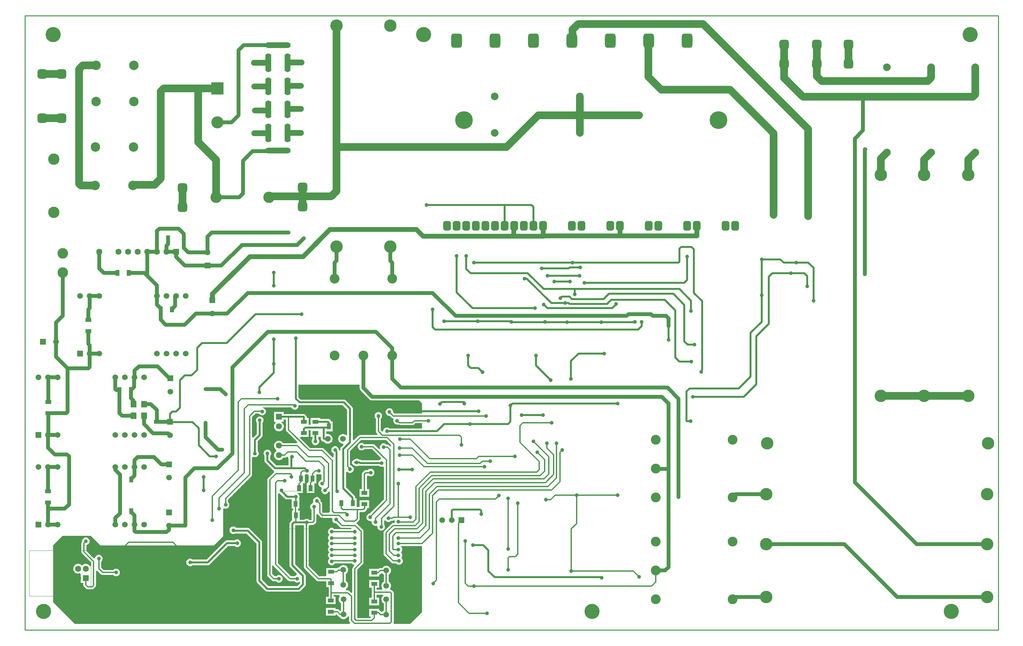
<source format=gbl>
%FSLAX42Y42*%
%MOMM*%
G71*
G01*
G75*
G04 Layer_Physical_Order=2*
G04 Layer_Color=16711680*
%ADD10R,1.00X1.60*%
%ADD11R,1.60X1.00*%
%ADD12R,1.60X1.80*%
%ADD13R,0.60X2.20*%
%ADD14R,0.60X2.20*%
%ADD15R,0.60X1.20*%
%ADD16R,1.60X1.00*%
%ADD17R,2.00X2.00*%
%ADD18R,1.60X1.60*%
%ADD19R,2.00X2.00*%
%ADD20R,1.00X0.90*%
%ADD21O,0.60X1.20*%
%ADD22R,2.00X1.40*%
%ADD23R,1.00X1.60*%
%ADD24R,0.90X1.00*%
%ADD25R,1.80X0.35*%
%ADD26O,1.80X0.35*%
%ADD27O,0.30X1.80*%
%ADD28O,1.80X0.30*%
%ADD29R,0.60X1.30*%
%ADD30O,0.60X1.30*%
%ADD31C,1.00*%
%ADD32C,0.50*%
%ADD33C,2.00*%
%ADD34C,0.30*%
%ADD35C,1.25*%
%ADD36C,0.35*%
%ADD37C,0.13*%
%ADD38C,0.10*%
%ADD39C,0.25*%
%ADD40C,4.00*%
G04:AMPARAMS|DCode=41|XSize=2.5mm|YSize=2.5mm|CornerRadius=0.63mm|HoleSize=0mm|Usage=FLASHONLY|Rotation=90.000|XOffset=0mm|YOffset=0mm|HoleType=Round|Shape=RoundedRectangle|*
%AMROUNDEDRECTD41*
21,1,2.50,1.25,0,0,90.0*
21,1,1.25,2.50,0,0,90.0*
1,1,1.25,0.63,0.63*
1,1,1.25,0.63,-0.63*
1,1,1.25,-0.63,-0.63*
1,1,1.25,-0.63,0.63*
%
%ADD41ROUNDEDRECTD41*%
G04:AMPARAMS|DCode=42|XSize=2.5mm|YSize=2.5mm|CornerRadius=0.63mm|HoleSize=0mm|Usage=FLASHONLY|Rotation=180.000|XOffset=0mm|YOffset=0mm|HoleType=Round|Shape=RoundedRectangle|*
%AMROUNDEDRECTD42*
21,1,2.50,1.25,0,0,180.0*
21,1,1.25,2.50,0,0,180.0*
1,1,1.25,-0.63,0.63*
1,1,1.25,0.63,0.63*
1,1,1.25,0.63,-0.63*
1,1,1.25,-0.63,-0.63*
%
%ADD42ROUNDEDRECTD42*%
%ADD43C,1.50*%
%ADD44R,1.50X1.50*%
%ADD45R,1.50X1.50*%
%ADD46C,2.50*%
%ADD47C,3.00*%
%ADD48C,2.59*%
%ADD49C,3.30*%
%ADD50C,1.52*%
%ADD51C,3.20*%
%ADD52R,3.20X3.20*%
%ADD53R,1.60X1.60*%
%ADD54C,1.60*%
%ADD55C,3.80*%
%ADD56C,2.80*%
%ADD57C,2.00*%
G04:AMPARAMS|DCode=58|XSize=2mm|YSize=2.5mm|CornerRadius=0.5mm|HoleSize=0mm|Usage=FLASHONLY|Rotation=180.000|XOffset=0mm|YOffset=0mm|HoleType=Round|Shape=RoundedRectangle|*
%AMROUNDEDRECTD58*
21,1,2.00,1.50,0,0,180.0*
21,1,1.00,2.50,0,0,180.0*
1,1,1.00,-0.50,0.75*
1,1,1.00,0.50,0.75*
1,1,1.00,0.50,-0.75*
1,1,1.00,-0.50,-0.75*
%
%ADD58ROUNDEDRECTD58*%
G04:AMPARAMS|DCode=59|XSize=2.8mm|YSize=3.8mm|CornerRadius=0.7mm|HoleSize=0mm|Usage=FLASHONLY|Rotation=180.000|XOffset=0mm|YOffset=0mm|HoleType=Round|Shape=RoundedRectangle|*
%AMROUNDEDRECTD59*
21,1,2.80,2.40,0,0,180.0*
21,1,1.40,3.80,0,0,180.0*
1,1,1.40,-0.70,1.20*
1,1,1.40,0.70,1.20*
1,1,1.40,0.70,-1.20*
1,1,1.40,-0.70,-1.20*
%
%ADD59ROUNDEDRECTD59*%
%ADD60C,4.70*%
%ADD61C,1.27*%
%ADD62C,1.00*%
%ADD63C,1.20*%
%ADD64C,1.50*%
G36*
X10331Y41129D02*
X10346Y41109D01*
Y40980D01*
X10337Y40979D01*
X10313Y40969D01*
X10292Y40953D01*
X10276Y40932D01*
X10266Y40907D01*
X10262Y40881D01*
X10266Y40855D01*
X10276Y40831D01*
X10292Y40810D01*
X10313Y40794D01*
X10337Y40784D01*
X10342Y40783D01*
X10353Y40756D01*
X10352Y40754D01*
X10342Y40730D01*
X10339Y40704D01*
X10342Y40677D01*
X10352Y40653D01*
X10368Y40632D01*
X10389Y40616D01*
X10413Y40606D01*
X10439Y40603D01*
X10466Y40606D01*
X10490Y40616D01*
X10511Y40632D01*
X10527Y40653D01*
X10535Y40673D01*
X10564Y40667D01*
Y40157D01*
X10567Y40140D01*
Y40140D01*
X10568Y40132D01*
X10512Y40109D01*
X10390D01*
X10365Y40134D01*
Y40348D01*
X10363Y40365D01*
X10360Y40373D01*
X10356Y40381D01*
X10346Y40394D01*
X10323Y40417D01*
X10324Y40424D01*
X10321Y40450D01*
X10311Y40475D01*
X10295Y40495D01*
X10274Y40511D01*
X10250Y40522D01*
X10224Y40525D01*
X10197Y40522D01*
X10173Y40511D01*
X10152Y40495D01*
X10136Y40475D01*
X10126Y40450D01*
X10123Y40424D01*
X10126Y40398D01*
X10127Y40395D01*
X10116Y40367D01*
X10097Y40359D01*
X10076Y40343D01*
X10060Y40322D01*
X10050Y40298D01*
X10046Y40272D01*
X10050Y40246D01*
X10060Y40221D01*
X10076Y40200D01*
X10082Y40196D01*
Y39918D01*
X10033D01*
X10028Y39924D01*
X10007Y39940D01*
X9983Y39950D01*
X9957Y39953D01*
X9931Y39950D01*
X9906Y39940D01*
X9891Y39928D01*
X9767D01*
Y40170D01*
X9728D01*
Y40219D01*
X9762D01*
Y40479D01*
X9762D01*
X9752Y40488D01*
X9752Y40488D01*
X9762Y40512D01*
X9766Y40538D01*
X9762Y40565D01*
X9752Y40589D01*
X9736Y40610D01*
X9715Y40626D01*
X9691Y40636D01*
Y40636D01*
X9691Y40637D01*
X9856D01*
Y40891D01*
X9907D01*
Y41115D01*
X9932Y41132D01*
X9943Y41127D01*
X9969Y41123D01*
X9984Y41125D01*
X10007Y41105D01*
Y40946D01*
X10002Y40939D01*
X9998Y40932D01*
X9995Y40924D01*
X9993Y40907D01*
Y40897D01*
X9956D01*
Y40637D01*
X10156D01*
Y40891D01*
X10207D01*
Y41117D01*
X10232Y41134D01*
X10248Y41127D01*
X10274Y41123D01*
X10300Y41127D01*
X10321Y41135D01*
X10331Y41129D01*
D02*
G37*
G36*
X9233Y40616D02*
X9258Y40606D01*
X9262Y40605D01*
X9383Y40485D01*
X9398Y40473D01*
X9417Y40465D01*
X9436Y40463D01*
X9562D01*
Y40219D01*
X9597D01*
Y40170D01*
X9567D01*
Y39911D01*
X9560Y39906D01*
X9522Y39868D01*
X9510Y39852D01*
X9503Y39834D01*
X9500Y39814D01*
Y38722D01*
X9503Y38703D01*
X9510Y38684D01*
X9522Y38669D01*
X9697Y38494D01*
X9688Y38466D01*
X9677Y38464D01*
X9652Y38454D01*
X9631Y38438D01*
X9627Y38432D01*
X9539D01*
X9197Y38775D01*
Y40610D01*
X9224Y40623D01*
X9233Y40616D01*
D02*
G37*
G36*
X10243Y40074D02*
X10253Y40060D01*
X10317Y39997D01*
X10330Y39986D01*
D01*
D01*
Y39986D01*
X10330Y39986D01*
D01*
D01*
X10330D01*
Y39986D01*
D01*
X10330D01*
Y39986D01*
X10346Y39980D01*
X10363Y39978D01*
X10619D01*
X10634Y39955D01*
X10631Y39929D01*
X10634Y39903D01*
X10644Y39878D01*
X10660Y39857D01*
X10681Y39841D01*
X10705Y39831D01*
X10732Y39828D01*
X10739Y39829D01*
X10838Y39730D01*
X10851Y39720D01*
X10859Y39716D01*
X10867Y39713D01*
X10884Y39711D01*
X11134D01*
X11139Y39704D01*
X11126Y39677D01*
X10693D01*
X10689Y39683D01*
X10668Y39699D01*
X10643Y39709D01*
X10617Y39712D01*
X10591Y39709D01*
X10567Y39699D01*
X10546Y39683D01*
X10530Y39662D01*
X10520Y39637D01*
X10516Y39611D01*
X10520Y39585D01*
X10530Y39561D01*
X10546Y39540D01*
Y39518D01*
X10530Y39497D01*
X10520Y39472D01*
X10516Y39446D01*
X10520Y39420D01*
X10530Y39396D01*
X10546Y39375D01*
Y39365D01*
X10530Y39344D01*
X10520Y39320D01*
X10516Y39294D01*
X10520Y39268D01*
X10530Y39243D01*
X10546Y39222D01*
Y39213D01*
X10530Y39192D01*
X10520Y39168D01*
X10516Y39141D01*
X10520Y39115D01*
X10530Y39091D01*
X10546Y39070D01*
Y39060D01*
X10530Y39039D01*
X10520Y39015D01*
X10516Y38989D01*
X10520Y38963D01*
X10530Y38939D01*
X10546Y38918D01*
Y38895D01*
X10530Y38874D01*
X10520Y38850D01*
X10516Y38824D01*
X10520Y38798D01*
X10530Y38773D01*
X10546Y38753D01*
X10567Y38737D01*
X10591Y38726D01*
X10617Y38723D01*
X10643Y38726D01*
X10668Y38737D01*
X10689Y38753D01*
X10703Y38771D01*
X11151D01*
X11155Y38765D01*
X11176Y38749D01*
X11201Y38739D01*
X11202Y38739D01*
X11211Y38711D01*
X11180Y38680D01*
X11170Y38666D01*
X11167Y38658D01*
X11163Y38650D01*
X11161Y38633D01*
Y38005D01*
X11134Y37994D01*
X11083Y38045D01*
X11069Y38055D01*
X11061Y38058D01*
X11053Y38062D01*
X11036Y38064D01*
X10998D01*
X10987Y38092D01*
X10987Y38092D01*
X11013Y38113D01*
X11033Y38139D01*
X11046Y38170D01*
X11050Y38203D01*
X11046Y38236D01*
X11033Y38266D01*
X11013Y38293D01*
X10989Y38311D01*
Y38494D01*
X11013Y38513D01*
X11033Y38539D01*
X11046Y38570D01*
X11050Y38603D01*
X11046Y38636D01*
X11033Y38666D01*
X11013Y38693D01*
X10987Y38713D01*
X10956Y38726D01*
X10923Y38730D01*
X10890Y38726D01*
X10859Y38713D01*
X10833Y38693D01*
X10813Y38666D01*
X10811Y38661D01*
X10795D01*
X10778Y38659D01*
X10770Y38655D01*
X10762Y38652D01*
X10759Y38649D01*
X10733Y38649D01*
Y38649D01*
X10473D01*
Y38453D01*
X10473Y38453D01*
X10473D01*
X10473Y38449D01*
X10456Y38432D01*
X10289D01*
X10010Y38711D01*
Y39767D01*
X10028Y39781D01*
X10033Y39787D01*
X10109D01*
X10126Y39789D01*
X10134Y39793D01*
X10142Y39796D01*
X10156Y39806D01*
X10194Y39844D01*
X10204Y39858D01*
X10207Y39866D01*
X10211Y39874D01*
X10213Y39891D01*
Y40070D01*
X10242Y40075D01*
X10243Y40074D01*
D02*
G37*
G36*
X9766Y42952D02*
X10903D01*
X11024Y42831D01*
Y42172D01*
X10997Y42158D01*
X10977Y42174D01*
X10946Y42187D01*
X10914Y42191D01*
X10881Y42187D01*
X10850Y42174D01*
X10824Y42154D01*
X10803Y42127D01*
X10791Y42097D01*
X10786Y42064D01*
X10791Y42031D01*
X10803Y42000D01*
X10824Y41974D01*
X10850Y41953D01*
X10881Y41941D01*
X10914Y41936D01*
X10916Y41937D01*
X10929Y41910D01*
X10869Y41849D01*
X10856Y41834D01*
X10849Y41815D01*
X10846Y41796D01*
Y41758D01*
X10817Y41753D01*
X10810Y41770D01*
X10806Y41774D01*
X10804Y41796D01*
X10793Y41821D01*
X10777Y41842D01*
X10757Y41858D01*
X10732Y41868D01*
X10706Y41871D01*
X10680Y41868D01*
X10656Y41858D01*
X10635Y41842D01*
X10619Y41821D01*
X10609Y41796D01*
X10605Y41770D01*
X10609Y41744D01*
X10619Y41720D01*
X10635Y41699D01*
X10656Y41683D01*
X10669Y41678D01*
Y41584D01*
X10641Y41573D01*
X10410Y41804D01*
X10396Y41814D01*
X10388Y41818D01*
X10380Y41821D01*
X10363Y41823D01*
X10047D01*
X9781Y42089D01*
X9793Y42117D01*
X10011D01*
Y42292D01*
X10055D01*
Y42117D01*
X10110D01*
Y42065D01*
X10098Y42049D01*
X10088Y42025D01*
X10085Y41999D01*
X10088Y41973D01*
X10098Y41948D01*
X10114Y41928D01*
X10135Y41912D01*
X10159Y41901D01*
X10185Y41898D01*
X10212Y41901D01*
X10236Y41912D01*
X10257Y41928D01*
X10273Y41948D01*
X10283Y41973D01*
X10286Y41999D01*
X10283Y42025D01*
X10273Y42049D01*
X10261Y42065D01*
Y42117D01*
X10315D01*
D01*
X10315D01*
X10326Y42107D01*
Y42075D01*
X10328Y42056D01*
X10336Y42037D01*
X10348Y42022D01*
X10359Y42010D01*
X10359Y42010D01*
X10375Y41998D01*
X10393Y41991D01*
X10412Y41988D01*
X10424Y41974D01*
X10450Y41953D01*
X10481Y41941D01*
X10514Y41936D01*
X10546Y41941D01*
X10577Y41953D01*
X10604Y41974D01*
X10624Y42000D01*
X10636Y42031D01*
X10641Y42064D01*
X10636Y42097D01*
X10624Y42127D01*
X10604Y42154D01*
X10577Y42174D01*
X10546Y42187D01*
X10514Y42191D01*
X10500Y42189D01*
X10477Y42209D01*
Y42264D01*
X10641D01*
Y42524D01*
X10610D01*
X10607Y42532D01*
X10595Y42547D01*
X10571Y42571D01*
X10556Y42583D01*
X10550Y42585D01*
X10538Y42590D01*
X10518Y42593D01*
X10315D01*
Y42617D01*
X10055D01*
Y42443D01*
X10011D01*
Y42617D01*
X9973D01*
X9956Y42634D01*
Y42634D01*
X9956D01*
D01*
X9954Y42653D01*
X9946Y42672D01*
X9940Y42680D01*
X9934Y42687D01*
X9934Y42687D01*
X9921Y42700D01*
X9906Y42712D01*
X9887Y42720D01*
X9868Y42722D01*
X9350D01*
Y42777D01*
X9090D01*
Y42517D01*
X9122D01*
X9131Y42488D01*
X9127Y42485D01*
X9107Y42458D01*
X9094Y42427D01*
X9089Y42393D01*
X9094Y42359D01*
X9107Y42327D01*
X9127Y42300D01*
X9155Y42279D01*
X9186Y42266D01*
X9220Y42261D01*
X9254Y42266D01*
X9286Y42279D01*
X9313Y42300D01*
X9334Y42327D01*
X9347Y42359D01*
X9351Y42393D01*
X9347Y42427D01*
X9334Y42458D01*
X9313Y42485D01*
X9286Y42506D01*
X9288Y42517D01*
X9350D01*
Y42571D01*
X9409D01*
Y42304D01*
X9411Y42287D01*
X9414Y42279D01*
X9417Y42271D01*
X9428Y42257D01*
X9707Y41979D01*
X9706Y41975D01*
X9696Y41950D01*
X9334D01*
X9313Y41977D01*
X9286Y41998D01*
X9254Y42011D01*
X9220Y42016D01*
X9186Y42011D01*
X9155Y41998D01*
X9127Y41977D01*
X9107Y41950D01*
X9094Y41919D01*
X9089Y41885D01*
X9094Y41851D01*
X9107Y41819D01*
X9127Y41792D01*
X9153Y41773D01*
Y41743D01*
X9127Y41723D01*
X9107Y41696D01*
X9094Y41665D01*
X9089Y41631D01*
X9094Y41597D01*
X9107Y41565D01*
X9127Y41538D01*
X9155Y41517D01*
X9186Y41504D01*
X9220Y41499D01*
X9254Y41504D01*
X9286Y41517D01*
X9313Y41538D01*
X9332Y41563D01*
X9373D01*
X9390Y41565D01*
X9398Y41568D01*
X9407Y41572D01*
X9421Y41582D01*
X9434Y41596D01*
X9435Y41596D01*
X9463Y41587D01*
X9466Y41566D01*
X9475Y41544D01*
Y41363D01*
X9150D01*
X8991Y41522D01*
Y41616D01*
X9003Y41631D01*
X9013Y41655D01*
X9016Y41681D01*
X9013Y41708D01*
X9003Y41732D01*
X8987Y41753D01*
X8966Y41769D01*
X8942Y41779D01*
X8915Y41782D01*
X8889Y41779D01*
X8865Y41769D01*
X8844Y41753D01*
X8828Y41732D01*
X8818Y41708D01*
X8815Y41681D01*
X8818Y41655D01*
X8828Y41631D01*
X8840Y41616D01*
Y41491D01*
X8842Y41471D01*
X8850Y41453D01*
X8862Y41437D01*
X9065Y41234D01*
X9065Y41234D01*
X9065D01*
X9065Y41234D01*
X9065D01*
X9065Y41234D01*
Y41234D01*
Y41234D01*
D01*
D01*
X9065D01*
Y41234D01*
X9081Y41222D01*
X9087Y41219D01*
X9093Y41190D01*
X8933Y41029D01*
X8922Y41016D01*
X8919Y41008D01*
X8916Y41000D01*
X8913Y40983D01*
Y38468D01*
X8916Y38451D01*
X8919Y38443D01*
X8922Y38436D01*
X8933Y38422D01*
X9034Y38320D01*
X9048Y38310D01*
X9064Y38303D01*
X9081Y38301D01*
X9144D01*
X9149Y38295D01*
X9170Y38279D01*
X9194Y38269D01*
X9220Y38266D01*
X9246Y38269D01*
X9271Y38279D01*
X9292Y38295D01*
X9308Y38316D01*
X9318Y38341D01*
X9321Y38367D01*
X9318Y38393D01*
X9308Y38417D01*
X9292Y38438D01*
X9271Y38454D01*
X9246Y38464D01*
X9220Y38468D01*
X9194Y38464D01*
X9170Y38454D01*
X9149Y38438D01*
X9144Y38432D01*
X9108D01*
X9044Y38495D01*
Y38711D01*
X9074Y38716D01*
X9075Y38715D01*
X9085Y38701D01*
X9466Y38320D01*
X9480Y38310D01*
X9495Y38303D01*
X9512Y38301D01*
X9627D01*
X9631Y38295D01*
X9652Y38279D01*
X9677Y38269D01*
X9703Y38266D01*
X9729Y38269D01*
X9753Y38279D01*
D01*
X9753Y38279D01*
X9753Y38279D01*
Y38279D01*
X9753Y38279D01*
X9780Y38294D01*
Y38246D01*
X9710Y38176D01*
X8947D01*
X8775Y38347D01*
Y39332D01*
X8773Y39351D01*
X8765Y39370D01*
X8753Y39385D01*
X8753Y39385D01*
X8448Y39690D01*
X8433Y39702D01*
X8414Y39710D01*
X8395Y39712D01*
X8091D01*
X8085Y39721D01*
X8064Y39737D01*
X8040Y39747D01*
X8014Y39750D01*
X7988Y39747D01*
X7963Y39737D01*
X7942Y39721D01*
X7926Y39700D01*
X7916Y39676D01*
X7913Y39649D01*
X7916Y39623D01*
X7926Y39599D01*
X7942Y39578D01*
X7963Y39562D01*
X7988Y39552D01*
X8014Y39549D01*
X8040Y39552D01*
X8062Y39561D01*
X8363D01*
X8624Y39301D01*
Y38316D01*
X8626Y38296D01*
X8634Y38278D01*
X8646Y38262D01*
X8862Y38047D01*
X8862Y38047D01*
X8878Y38034D01*
X8896Y38027D01*
X8898Y38027D01*
X8915Y38024D01*
X8915Y38024D01*
X9741D01*
X9760Y38027D01*
X9779Y38034D01*
X9794Y38047D01*
X9909Y38161D01*
X9921Y38176D01*
X9928Y38195D01*
X9931Y38214D01*
Y38443D01*
X9931Y38443D01*
X9930Y38453D01*
X9928Y38462D01*
X9921Y38481D01*
X9909Y38496D01*
X9651Y38754D01*
Y39777D01*
X9879D01*
Y38684D01*
X9881Y38667D01*
X9884Y38659D01*
X9887Y38651D01*
X9898Y38638D01*
X10215Y38320D01*
X10229Y38310D01*
X10240Y38305D01*
X10245Y38303D01*
X10262Y38301D01*
X10473D01*
Y38149D01*
X10538D01*
Y37998D01*
Y37895D01*
X10462D01*
Y37695D01*
X10722D01*
Y37895D01*
X10669D01*
Y37933D01*
X10817D01*
X10830Y37906D01*
X10816Y37888D01*
X10803Y37857D01*
X10799Y37824D01*
X10803Y37791D01*
X10816Y37760D01*
X10836Y37734D01*
X10861Y37715D01*
Y37533D01*
X10838Y37515D01*
X10811Y37542D01*
X10798Y37552D01*
X10790Y37555D01*
X10782Y37559D01*
X10765Y37561D01*
X10722D01*
Y37595D01*
X10462D01*
Y37395D01*
X10722D01*
Y37406D01*
X10750Y37418D01*
X10790Y37378D01*
X10803Y37367D01*
X10811Y37364D01*
X10815Y37362D01*
X10816Y37360D01*
X10836Y37334D01*
X10863Y37314D01*
X10893Y37301D01*
X10926Y37297D01*
X10959Y37301D01*
X10990Y37314D01*
X11016Y37334D01*
X11036Y37360D01*
X11043Y37376D01*
X11072Y37370D01*
Y37262D01*
X11075Y37245D01*
X11078Y37237D01*
X11081Y37229D01*
X11092Y37215D01*
X11106Y37201D01*
X11095Y37173D01*
X3823D01*
X3250Y37750D01*
Y39250D01*
X3500Y39500D01*
X4250D01*
X4500Y39250D01*
X7500D01*
X7747Y39497D01*
Y40214D01*
X7772Y40230D01*
X7784Y40225D01*
X7811Y40222D01*
X7837Y40225D01*
X7861Y40235D01*
X7882Y40251D01*
X7898Y40272D01*
X7908Y40296D01*
X7911Y40323D01*
X7908Y40349D01*
X7898Y40373D01*
X7882Y40394D01*
X7876Y40398D01*
Y40460D01*
X8492Y41076D01*
X8502Y41090D01*
X8506Y41098D01*
X8509Y41106D01*
X8511Y41123D01*
Y41563D01*
X8533Y41591D01*
X8536Y41594D01*
X8559Y41584D01*
X8585Y41581D01*
X8611Y41584D01*
X8636Y41594D01*
X8657Y41610D01*
X8673Y41631D01*
X8683Y41655D01*
X8686Y41681D01*
X8683Y41708D01*
X8673Y41732D01*
X8661Y41747D01*
Y42006D01*
X8766Y42111D01*
X8778Y42126D01*
X8785Y42144D01*
X8788Y42164D01*
X8788Y42164D01*
Y42492D01*
X8800Y42507D01*
X8810Y42532D01*
X8813Y42558D01*
X8810Y42584D01*
X8800Y42608D01*
X8784Y42629D01*
X8763Y42645D01*
X8738Y42655D01*
X8712Y42659D01*
X8686Y42655D01*
X8662Y42645D01*
X8641Y42629D01*
X8625Y42608D01*
X8615Y42584D01*
X8611Y42558D01*
X8615Y42532D01*
X8625Y42507D01*
X8637Y42492D01*
Y42195D01*
X8539Y42098D01*
X8511Y42109D01*
Y42645D01*
X8600Y42733D01*
X8690D01*
X8704Y42715D01*
X8725Y42699D01*
X8750Y42689D01*
X8776Y42685D01*
X8802Y42689D01*
X8826Y42699D01*
X8847Y42715D01*
X8863Y42736D01*
X8873Y42760D01*
X8877Y42786D01*
X8873Y42812D01*
X8863Y42837D01*
X8847Y42858D01*
X8826Y42874D01*
X8802Y42884D01*
X8776Y42887D01*
X8787Y42899D01*
X9548D01*
X9552Y42888D01*
X9568Y42867D01*
X9589Y42851D01*
X9613Y42841D01*
X9639Y42838D01*
X9665Y42841D01*
X9690Y42851D01*
X9711Y42867D01*
X9727Y42888D01*
X9737Y42913D01*
X9740Y42939D01*
X9747Y42955D01*
D01*
X9747Y42955D01*
X9766Y42952D01*
D02*
G37*
G36*
X11355Y43409D02*
X11358Y43382D01*
X11368Y43358D01*
X11384Y43337D01*
X11613Y43109D01*
X11634Y43093D01*
X11658Y43083D01*
X11684Y43079D01*
X12928D01*
X13005Y43002D01*
Y42738D01*
X12270D01*
X12241Y42766D01*
X12242Y42774D01*
X12239Y42800D01*
X12229Y42824D01*
X12213Y42845D01*
X12192Y42861D01*
X12167Y42871D01*
X12141Y42874D01*
X12115Y42871D01*
X12091Y42861D01*
X12070Y42845D01*
X12054Y42824D01*
X12044Y42800D01*
X12040Y42774D01*
X12044Y42747D01*
X12054Y42723D01*
X12070Y42702D01*
X12091Y42686D01*
X12115Y42676D01*
X12141Y42673D01*
X12148Y42674D01*
X12196Y42626D01*
X12210Y42615D01*
D01*
D01*
Y42615D01*
X12210Y42615D01*
D01*
D01*
X12210D01*
Y42615D01*
D01*
X12210D01*
Y42615D01*
X12226Y42609D01*
X12236Y42607D01*
X12251Y42581D01*
X12247Y42571D01*
X12244Y42545D01*
X12247Y42519D01*
X12257Y42495D01*
X12273Y42474D01*
X12294Y42458D01*
X12318Y42448D01*
X12344Y42444D01*
X12352Y42445D01*
X12362Y42437D01*
X12374Y42433D01*
X12378Y42431D01*
X12395Y42429D01*
X12751D01*
X12768Y42431D01*
X12776Y42434D01*
X12784Y42437D01*
X12797Y42448D01*
X12829Y42479D01*
X13005D01*
Y42341D01*
X12143D01*
X12128Y42353D01*
X12104Y42363D01*
X12078Y42366D01*
X12052Y42363D01*
X12027Y42353D01*
X12006Y42337D01*
X11990Y42316D01*
X11980Y42292D01*
X11977Y42268D01*
X11965Y42264D01*
X11946Y42262D01*
X11915Y42293D01*
Y42596D01*
X11920Y42601D01*
X11936Y42622D01*
X11947Y42646D01*
X11950Y42672D01*
X11947Y42698D01*
X11936Y42722D01*
X11920Y42743D01*
X11900Y42759D01*
X11875Y42769D01*
X11849Y42773D01*
X11823Y42769D01*
X11799Y42759D01*
X11778Y42743D01*
X11762Y42722D01*
X11752Y42698D01*
X11748Y42672D01*
X11752Y42646D01*
X11762Y42622D01*
X11778Y42601D01*
X11784Y42596D01*
Y42266D01*
X11786Y42249D01*
X11789Y42241D01*
X11792Y42233D01*
X11803Y42219D01*
X11828Y42194D01*
X11817Y42166D01*
X11367D01*
X11350Y42164D01*
X11345Y42162D01*
X11334Y42157D01*
X11320Y42147D01*
X11203Y42030D01*
X11175Y42041D01*
Y42862D01*
X11175Y42862D01*
X11173Y42882D01*
X11165Y42900D01*
X11153Y42916D01*
X10988Y43081D01*
X10973Y43093D01*
X10954Y43101D01*
X10935Y43103D01*
X9798D01*
X9740Y43161D01*
Y43498D01*
X11355D01*
Y43409D01*
D02*
G37*
G36*
X12190Y41896D02*
Y41879D01*
X12162Y41867D01*
X12137Y41893D01*
X12123Y41903D01*
X12115Y41907D01*
X12107Y41910D01*
X12090Y41912D01*
X12065D01*
X12060Y41918D01*
X12039Y41934D01*
X12015Y41944D01*
X11989Y41947D01*
X11963Y41944D01*
X11938Y41934D01*
X11917Y41918D01*
X11901Y41897D01*
X11891Y41873D01*
X11888Y41846D01*
X11891Y41820D01*
X11898Y41805D01*
X11873Y41789D01*
X11756Y41906D01*
X11742Y41916D01*
X11734Y41919D01*
X11726Y41923D01*
X11709Y41925D01*
X11480D01*
X11476Y41931D01*
X11455Y41947D01*
X11431Y41957D01*
X11405Y41960D01*
X11378Y41957D01*
X11354Y41947D01*
X11333Y41931D01*
X11317Y41910D01*
X11307Y41885D01*
X11304Y41859D01*
X11307Y41833D01*
X11317Y41809D01*
X11333Y41788D01*
X11354Y41772D01*
X11378Y41762D01*
X11405Y41758D01*
X11431Y41762D01*
X11455Y41772D01*
X11476Y41788D01*
X11480Y41794D01*
X11682D01*
X11923Y41553D01*
X11913Y41525D01*
X11912Y41525D01*
X11888Y41515D01*
X11872Y41503D01*
X11395D01*
X11392Y41506D01*
X11373Y41513D01*
X11354Y41516D01*
X11343D01*
X11328Y41527D01*
X11304Y41538D01*
X11278Y41541D01*
X11251Y41538D01*
X11227Y41527D01*
X11209Y41513D01*
X11207Y41513D01*
X11189Y41506D01*
X11173Y41494D01*
X11161Y41478D01*
X11154Y41460D01*
X11151Y41440D01*
X11154Y41421D01*
X11161Y41402D01*
X11173Y41387D01*
X11189Y41375D01*
X11207Y41367D01*
X11209Y41367D01*
X11227Y41353D01*
X11251Y41343D01*
X11278Y41339D01*
X11304Y41343D01*
X11328Y41353D01*
X11336Y41359D01*
X11347Y41354D01*
X11367Y41352D01*
X11367Y41352D01*
X11872D01*
X11888Y41340D01*
X11912Y41330D01*
X11938Y41327D01*
X11964Y41330D01*
X11974Y41334D01*
X11999Y41318D01*
Y40464D01*
X11628Y40092D01*
X11607Y40090D01*
X11583Y40080D01*
X11562Y40064D01*
X11546Y40043D01*
X11536Y40018D01*
X11532Y39992D01*
X11536Y39966D01*
X11546Y39942D01*
X11562Y39921D01*
X11583Y39905D01*
X11607Y39895D01*
X11633Y39891D01*
X11652Y39894D01*
X11673Y39873D01*
X11672Y39865D01*
X11675Y39839D01*
X11686Y39815D01*
X11702Y39794D01*
X11722Y39778D01*
X11747Y39768D01*
X11773Y39764D01*
X11799Y39768D01*
X11802Y39769D01*
X11826Y39751D01*
X11824Y39738D01*
X11828Y39712D01*
X11838Y39688D01*
X11854Y39667D01*
X11875Y39651D01*
X11899Y39641D01*
X11925Y39637D01*
X11951Y39641D01*
X11976Y39651D01*
X11997Y39667D01*
X12013Y39688D01*
X12023Y39712D01*
X12026Y39738D01*
X12023Y39764D01*
X12013Y39789D01*
X12004Y39801D01*
Y39902D01*
X12032Y39912D01*
X12044Y39896D01*
X12065Y39880D01*
X12090Y39869D01*
X12116Y39866D01*
X12142Y39869D01*
X12166Y39880D01*
X12187Y39896D01*
X12190Y39899D01*
X12217D01*
X12235Y39901D01*
X12243Y39905D01*
X12251Y39908D01*
X12258Y39913D01*
X12284Y39898D01*
X12282Y39878D01*
X12283Y39865D01*
X12264Y39842D01*
X12243D01*
X12226Y39840D01*
X12218Y39836D01*
X12210Y39833D01*
X12196Y39823D01*
X12006Y39632D01*
X11996Y39619D01*
X11992Y39611D01*
X11989Y39603D01*
X11987Y39586D01*
Y39027D01*
X11989Y39010D01*
X11992Y39002D01*
X11996Y38994D01*
X12006Y38981D01*
X12196Y38790D01*
X12210Y38780D01*
X12218Y38777D01*
X12226Y38773D01*
X12243Y38771D01*
X12319D01*
X12324Y38765D01*
X12345Y38749D01*
X12369Y38739D01*
X12395Y38736D01*
X12421Y38739D01*
X12446Y38749D01*
X12467Y38765D01*
X12483Y38786D01*
X12493Y38810D01*
X12496Y38837D01*
X12493Y38863D01*
X12483Y38887D01*
X12467Y38908D01*
X12467Y38908D01*
X12454Y38918D01*
X12470Y38939D01*
X12480Y38963D01*
X12483Y38989D01*
X12480Y39015D01*
X12470Y39039D01*
X12454Y39060D01*
Y39070D01*
X12470Y39091D01*
X12480Y39115D01*
X12483Y39141D01*
X12480Y39168D01*
X12470Y39192D01*
X12454Y39213D01*
Y39222D01*
X12458Y39228D01*
X13005D01*
Y37490D01*
X12687Y37173D01*
X12272D01*
X12264Y37179D01*
X12252Y37198D01*
X12252Y37199D01*
X12255Y37207D01*
X12258Y37224D01*
Y37986D01*
X12255Y38003D01*
X12249Y38018D01*
X12238Y38032D01*
X12213Y38057D01*
X12199Y38068D01*
X12191Y38071D01*
X12184Y38074D01*
X12167Y38077D01*
X12167Y38116D01*
X12170Y38120D01*
X12183Y38151D01*
X12187Y38184D01*
X12183Y38217D01*
X12170Y38247D01*
X12150Y38274D01*
X12125Y38292D01*
Y38475D01*
X12150Y38494D01*
X12170Y38520D01*
X12183Y38551D01*
X12187Y38584D01*
X12183Y38617D01*
X12170Y38647D01*
X12150Y38674D01*
X12123Y38694D01*
X12093Y38707D01*
X12060Y38711D01*
X12027Y38707D01*
X11996Y38694D01*
X11970Y38674D01*
X11950Y38648D01*
X11900D01*
X11883Y38646D01*
X11878Y38644D01*
X11867Y38639D01*
X11855Y38630D01*
X11610D01*
Y38430D01*
X11870D01*
Y38469D01*
X11871Y38470D01*
X11880Y38474D01*
X11894Y38484D01*
X11925Y38515D01*
X11955Y38513D01*
X11970Y38494D01*
X11994Y38475D01*
Y38292D01*
X11970Y38274D01*
X11949Y38247D01*
X11937Y38217D01*
X11932Y38184D01*
X11937Y38151D01*
X11949Y38120D01*
X11962Y38104D01*
X11949Y38077D01*
X11805D01*
Y38130D01*
X11870D01*
Y38330D01*
X11610D01*
Y38130D01*
X11674D01*
Y37998D01*
Y37868D01*
X11610D01*
Y37668D01*
X11870D01*
Y37868D01*
X11805D01*
Y37946D01*
X11967D01*
X11977Y37917D01*
X11970Y37912D01*
X11949Y37885D01*
X11937Y37855D01*
X11932Y37822D01*
X11937Y37789D01*
X11949Y37758D01*
X11970Y37732D01*
X11994Y37713D01*
Y37530D01*
X11970Y37512D01*
X11957Y37495D01*
X11927Y37493D01*
X11895Y37524D01*
X11882Y37534D01*
X11874Y37538D01*
X11870Y37539D01*
Y37568D01*
X11610D01*
Y37368D01*
X11646D01*
X11653Y37352D01*
X11636Y37327D01*
X11292D01*
Y38606D01*
X11438Y38752D01*
X11449Y38766D01*
X11453Y38777D01*
X11455Y38782D01*
X11457Y38798D01*
Y39624D01*
X11455Y39641D01*
X11452Y39649D01*
X11449Y39657D01*
X11438Y39670D01*
X11286Y39823D01*
X11272Y39833D01*
X11264Y39836D01*
X11264Y39837D01*
X11273Y39844D01*
X11337Y39908D01*
X11347Y39921D01*
X11354Y39937D01*
X11356Y39954D01*
Y40130D01*
X11455D01*
X11472Y40132D01*
X11480Y40135D01*
X11488Y40139D01*
X11502Y40149D01*
X11540Y40187D01*
X11550Y40201D01*
X11554Y40209D01*
X11557Y40217D01*
X11559Y40234D01*
Y40238D01*
X11611D01*
Y40438D01*
X11351D01*
Y40261D01*
X11274D01*
Y40491D01*
X11260D01*
X11239Y40512D01*
Y40513D01*
X11239Y40513D01*
X11239D01*
X11238Y40523D01*
X11236Y40533D01*
X11231Y40545D01*
X11229Y40551D01*
X11217Y40566D01*
X10998Y40786D01*
Y41184D01*
X11026Y41194D01*
X11028Y41191D01*
X11049Y41175D01*
X11074Y41165D01*
X11100Y41161D01*
X11126Y41165D01*
X11150Y41175D01*
X11171Y41191D01*
X11187Y41212D01*
X11197Y41236D01*
X11201Y41262D01*
X11197Y41288D01*
X11187Y41313D01*
X11171Y41334D01*
X11150Y41350D01*
X11126Y41360D01*
X11105Y41362D01*
X11102Y41366D01*
Y41743D01*
X11394Y42035D01*
X12051D01*
X12190Y41896D01*
D02*
G37*
%LPC*%
G36*
X4115Y39458D02*
X4089Y39455D01*
X4064Y39445D01*
X4043Y39429D01*
X4027Y39408D01*
X4017Y39383D01*
X4014Y39357D01*
X4015Y39349D01*
X4007Y39339D01*
X4004Y39331D01*
X4001Y39323D01*
X3998Y39307D01*
Y39078D01*
X4001Y39061D01*
X4004Y39053D01*
X4007Y39045D01*
X4018Y39032D01*
X4252Y38797D01*
Y38710D01*
X4250Y38709D01*
X4224Y38700D01*
X4204Y38726D01*
X4177Y38747D01*
X4146Y38760D01*
X4112Y38765D01*
X4078Y38760D01*
X4046Y38747D01*
X4019Y38726D01*
X4004D01*
X3977Y38747D01*
X3946Y38760D01*
X3912Y38765D01*
X3878Y38760D01*
X3846Y38747D01*
X3819Y38726D01*
X3798Y38699D01*
X3785Y38667D01*
X3780Y38633D01*
X3785Y38599D01*
X3798Y38568D01*
X3819Y38541D01*
X3846Y38520D01*
X3878Y38507D01*
X3912Y38502D01*
X3946Y38507D01*
X3957Y38511D01*
X3982Y38495D01*
Y38253D01*
X4046D01*
Y38205D01*
X4048Y38188D01*
X4052Y38180D01*
X4055Y38172D01*
X4065Y38158D01*
X4119Y38104D01*
X4133Y38094D01*
X4144Y38089D01*
X4149Y38087D01*
X4166Y38085D01*
X4280D01*
X4297Y38087D01*
X4305Y38091D01*
X4313Y38094D01*
X4326Y38104D01*
X4364Y38143D01*
X4375Y38156D01*
X4378Y38164D01*
X4381Y38172D01*
X4384Y38189D01*
Y38566D01*
X4411Y38587D01*
X4513Y38485D01*
X4527Y38475D01*
X4542Y38468D01*
X4559Y38466D01*
X4839D01*
X4844Y38460D01*
X4864Y38444D01*
X4889Y38434D01*
X4915Y38431D01*
X4941Y38434D01*
X4965Y38444D01*
X4986Y38460D01*
X5002Y38481D01*
X5012Y38506D01*
X5016Y38532D01*
X5012Y38558D01*
X5002Y38582D01*
X4986Y38603D01*
X4965Y38619D01*
X4941Y38629D01*
X4915Y38633D01*
X4889Y38629D01*
X4864Y38619D01*
X4844Y38603D01*
X4839Y38597D01*
X4586D01*
X4523Y38661D01*
Y38824D01*
X4529Y38829D01*
X4545Y38850D01*
X4555Y38874D01*
X4559Y38900D01*
X4555Y38926D01*
X4545Y38951D01*
X4529Y38971D01*
X4508Y38987D01*
X4484Y38998D01*
X4458Y39001D01*
X4432Y38998D01*
X4407Y38987D01*
X4386Y38971D01*
X4370Y38951D01*
X4360Y38926D01*
X4359Y38914D01*
X4330Y38904D01*
X4130Y39105D01*
Y39258D01*
X4141Y39260D01*
X4165Y39270D01*
X4186Y39286D01*
X4202Y39307D01*
X4212Y39331D01*
X4216Y39357D01*
X4212Y39383D01*
X4202Y39408D01*
X4186Y39429D01*
X4165Y39445D01*
X4141Y39455D01*
X4115Y39458D01*
D02*
G37*
G36*
X11646Y41274D02*
X11620Y41271D01*
X11595Y41261D01*
X11575Y41245D01*
X11570Y41239D01*
X11519D01*
X11502Y41237D01*
X11494Y41233D01*
X11486Y41230D01*
X11473Y41220D01*
X11434Y41182D01*
X11424Y41168D01*
X11422Y41162D01*
X11417Y41152D01*
X11415Y41135D01*
Y40738D01*
X11351D01*
Y40538D01*
X11611D01*
Y40738D01*
X11546D01*
Y41080D01*
X11575Y41102D01*
X11595Y41086D01*
X11620Y41076D01*
X11646Y41073D01*
X11672Y41076D01*
X11696Y41086D01*
X11717Y41102D01*
X11733Y41123D01*
X11743Y41147D01*
X11747Y41173D01*
X11743Y41200D01*
X11733Y41224D01*
X11717Y41245D01*
X11696Y41261D01*
X11672Y41271D01*
X11646Y41274D01*
D02*
G37*
G36*
X8115Y39407D02*
X8089Y39404D01*
X8065Y39394D01*
X8050Y39382D01*
X7849D01*
X7829Y39380D01*
X7811Y39372D01*
X7795Y39360D01*
X7309Y38874D01*
X6936D01*
X6921Y38886D01*
X6897Y38896D01*
X6871Y38899D01*
X6845Y38896D01*
X6820Y38886D01*
X6799Y38870D01*
X6783Y38849D01*
X6773Y38825D01*
X6770Y38798D01*
X6773Y38772D01*
X6783Y38748D01*
X6799Y38727D01*
X6820Y38711D01*
X6845Y38701D01*
X6871Y38698D01*
X6897Y38701D01*
X6921Y38711D01*
X6936Y38723D01*
X7341D01*
X7360Y38725D01*
X7378Y38733D01*
X7394Y38745D01*
X7880Y39231D01*
X8050D01*
X8065Y39219D01*
X8089Y39209D01*
X8115Y39206D01*
X8141Y39209D01*
X8166Y39219D01*
X8187Y39235D01*
X8203Y39256D01*
X8213Y39280D01*
X8216Y39307D01*
X8213Y39333D01*
X8203Y39357D01*
X8187Y39378D01*
X8166Y39394D01*
X8141Y39404D01*
X8115Y39407D01*
D02*
G37*
%LPD*%
D10*
X11174Y40361D02*
D03*
X10874D02*
D03*
X10107Y41021D02*
D03*
X9807D02*
D03*
X9756Y40767D02*
D03*
X10056D02*
D03*
X10541Y42394D02*
D03*
X10841D02*
D03*
X9662Y40349D02*
D03*
X9962D02*
D03*
X9667Y40040D02*
D03*
X9967D02*
D03*
X5319Y40988D02*
D03*
X5019D02*
D03*
Y40150D02*
D03*
X5319D02*
D03*
X5307Y43350D02*
D03*
X5007D02*
D03*
X6392Y45491D02*
D03*
X6092D02*
D03*
X4951Y46455D02*
D03*
X5251D02*
D03*
X6292Y47366D02*
D03*
X5992D02*
D03*
D11*
X11481Y40338D02*
D03*
Y40638D02*
D03*
X10592Y37495D02*
D03*
Y37795D02*
D03*
X10603Y38549D02*
D03*
Y38249D02*
D03*
X11740Y37468D02*
D03*
Y37768D02*
D03*
Y38530D02*
D03*
Y38230D02*
D03*
X9881Y42217D02*
D03*
Y42517D02*
D03*
X10185Y42217D02*
D03*
Y42517D02*
D03*
X9449Y49685D02*
D03*
Y49985D02*
D03*
X8941Y49685D02*
D03*
Y49985D02*
D03*
X9449Y50320D02*
D03*
Y50620D02*
D03*
X8941Y50320D02*
D03*
Y50620D02*
D03*
X9449Y50929D02*
D03*
Y51229D02*
D03*
X8941Y50929D02*
D03*
Y51229D02*
D03*
X9449Y51539D02*
D03*
Y51839D02*
D03*
X8941Y51539D02*
D03*
Y51839D02*
D03*
X9449Y52174D02*
D03*
Y52474D02*
D03*
X8941Y52174D02*
D03*
Y52474D02*
D03*
X4185Y45209D02*
D03*
Y44909D02*
D03*
X3112Y40681D02*
D03*
Y40381D02*
D03*
X5993Y42512D02*
D03*
Y42212D02*
D03*
X3125Y43043D02*
D03*
Y42743D02*
D03*
D12*
X5652Y42677D02*
D03*
X5372D02*
D03*
X5652Y42982D02*
D03*
X5372D02*
D03*
D18*
X4112Y38383D02*
D03*
X6502Y47015D02*
D03*
D31*
X4178Y43929D02*
X4216Y43967D01*
X3118Y41827D02*
Y42172D01*
Y41827D02*
X3289Y41656D01*
X3619D01*
X3670Y41604D01*
Y40335D02*
Y41604D01*
X3556Y40221D02*
X3670Y40335D01*
X3137Y40221D02*
X3556D01*
X3112Y39807D02*
Y40373D01*
Y39807D02*
X3118Y39801D01*
X21215Y37821D02*
X21278Y37885D01*
X22103D01*
X21215Y40514D02*
X21304Y40602D01*
X22103D01*
X12217Y44272D02*
Y44463D01*
X11786Y44895D02*
X12217Y44463D01*
X8928Y44895D02*
X11786D01*
X7988Y43955D02*
X8928Y44895D01*
X7988Y41681D02*
Y43955D01*
X7595Y41288D02*
X7988Y41681D01*
X6985Y41288D02*
X7595D01*
X6744Y41046D02*
X6985Y41288D01*
X6744Y39772D02*
Y41046D01*
X6312Y39772D02*
X6744D01*
X7277Y42113D02*
X7607Y41783D01*
X7277Y42113D02*
Y42494D01*
Y43383D02*
X7671D01*
X19495Y43421D02*
X19787Y43129D01*
Y40526D02*
Y43129D01*
X19520Y41275D02*
Y43002D01*
X19342Y43180D02*
X19520Y43002D01*
X11684Y43180D02*
X19342D01*
X12446Y43421D02*
X19495D01*
X7671Y43383D02*
X7811Y43243D01*
X7607Y41783D02*
X7722D01*
X12217Y43650D02*
X12446Y43421D01*
X12217Y43650D02*
Y44272D01*
X11455Y43409D02*
X11684Y43180D01*
X11455Y43409D02*
Y44272D01*
X9703Y47193D02*
X9881Y47371D01*
X8242Y47193D02*
X9703D01*
X7696Y46647D02*
X8242Y47193D01*
X7328Y46647D02*
X7696D01*
X19432Y38583D02*
X19520Y38671D01*
X19183Y38583D02*
X19432D01*
X19520Y38671D02*
Y41275D01*
X19183D02*
X19520D01*
X19183Y41276D02*
X19183Y41275D01*
X5918Y41580D02*
X6109Y41389D01*
X5487Y41580D02*
X5918D01*
X6109Y41389D02*
X6312D01*
X5404Y41496D02*
X5487Y41580D01*
X5404Y41325D02*
Y41496D01*
X5019Y40150D02*
Y40988D01*
X6312Y39663D02*
Y39772D01*
X6248Y39599D02*
X6312Y39663D01*
X5435Y39599D02*
X6248D01*
X5404Y39629D02*
X5435Y39599D01*
X5404Y39629D02*
Y39801D01*
Y40042D01*
X5319Y40127D02*
X5404Y40042D01*
X5319Y40127D02*
Y40150D01*
X5019Y40097D02*
Y40150D01*
X4896Y39801D02*
Y39973D01*
X5019Y40097D01*
X5404Y41096D02*
Y41325D01*
X5319Y41011D02*
X5404Y41096D01*
X5319Y40988D02*
Y41011D01*
X5019Y40988D02*
Y41120D01*
X4896Y41243D02*
X5019Y41120D01*
X4896Y41243D02*
Y41325D01*
X6288Y42212D02*
X6338Y42162D01*
X5993Y42212D02*
X6288D01*
X5993Y42512D02*
X6338D01*
X5895Y42212D02*
X5993D01*
X5652Y42455D02*
X5895Y42212D01*
X5652Y42455D02*
Y42677D01*
X5993Y42512D02*
Y42826D01*
X5837Y42982D02*
X5993Y42826D01*
X5652Y42982D02*
X5837D01*
X6325Y43663D02*
X6350D01*
X6007Y43980D02*
X6325Y43663D01*
X5517Y43980D02*
X6007D01*
X5404Y43867D02*
X5517Y43980D01*
X5404Y43696D02*
Y43867D01*
X5307Y43144D02*
Y43350D01*
Y43144D02*
X5372Y43078D01*
Y42982D02*
Y43078D01*
X5075Y42677D02*
X5372D01*
X5007Y42745D02*
X5075Y42677D01*
X5007Y42745D02*
Y43350D01*
X5395Y43687D02*
X5404Y43696D01*
X5395Y43439D02*
Y43687D01*
X5307Y43350D02*
X5395Y43439D01*
X4926Y43350D02*
X5007D01*
X4896Y43380D02*
X4926Y43350D01*
X4896Y43380D02*
Y43696D01*
X3118Y42172D02*
X3125Y42179D01*
Y42743D01*
X3602D01*
X3632Y42774D01*
X3327Y44234D02*
Y44628D01*
Y44234D02*
X3632Y43929D01*
Y42774D02*
Y43929D01*
X4178D01*
X4216Y43975D02*
Y44323D01*
X3118Y40687D02*
Y41325D01*
X3372D01*
X3112Y40681D02*
X3118Y40687D01*
X5666Y46455D02*
X5740Y46380D01*
X5251Y46455D02*
X5666D01*
X5740Y46380D02*
X5994Y46126D01*
Y45847D02*
Y46126D01*
X6092Y45216D02*
Y45491D01*
Y45216D02*
X6223Y45085D01*
X6731D01*
X7026Y45380D01*
X7455D01*
X6480Y45825D02*
X6502Y45847D01*
X6480Y45579D02*
Y45825D01*
X6392Y45491D02*
X6480Y45579D01*
X5994Y45611D02*
Y45847D01*
Y45611D02*
X6092Y45514D01*
Y45491D02*
Y45514D01*
X5992Y47366D02*
Y47560D01*
X6058Y47625D01*
X6566D01*
X6706Y47485D01*
Y47117D02*
Y47485D01*
Y47117D02*
X6825Y46997D01*
X7328D01*
X6731Y46647D02*
X7328D01*
X6502Y46876D02*
X6731Y46647D01*
X6502Y46876D02*
Y47015D01*
X6248D02*
X6502D01*
X6248D02*
Y47168D01*
X6292Y47212D01*
Y47366D01*
X5992D02*
X5994Y47364D01*
Y47015D02*
Y47364D01*
X5740Y47015D02*
X5994D01*
X5740Y46380D02*
Y47015D01*
X4586Y46455D02*
X4951D01*
X4470Y46571D02*
X4586Y46455D01*
X4470Y46571D02*
Y47015D01*
X3118Y39801D02*
X3372D01*
X3118Y42172D02*
X3372D01*
X3118Y43696D02*
X3372D01*
X3118D02*
X3125Y43689D01*
Y43043D02*
Y43689D01*
X4216Y44323D02*
X4470D01*
X4216D02*
Y44539D01*
X4185Y44571D02*
X4216Y44539D01*
X4185Y44571D02*
Y44909D01*
X4216Y45847D02*
X4470D01*
X4216Y45517D02*
Y45847D01*
X4185Y45485D02*
X4216Y45517D01*
X4185Y45209D02*
Y45485D01*
X3327Y44628D02*
Y45136D01*
X3505Y45314D01*
Y46457D01*
X8291Y52474D02*
X8941D01*
X8153Y52337D02*
X8291Y52474D01*
X8153Y50622D02*
Y52337D01*
X7965Y50433D02*
X8153Y50622D01*
X7595Y50433D02*
X7965D01*
X8926Y49670D02*
X8941Y49685D01*
X8522Y49670D02*
X8926D01*
X8268Y49416D02*
X8522Y49670D01*
X8268Y48552D02*
Y49416D01*
X8166Y48451D02*
X8268Y48552D01*
X7557Y48451D02*
X8166D01*
X24663Y50216D02*
Y51105D01*
X24448Y50000D02*
X24663Y50216D01*
X24448Y40919D02*
X26085Y39282D01*
X27945D01*
X24448Y40919D02*
Y50000D01*
X10744Y46774D02*
Y47148D01*
X10693Y46723D02*
X10744Y46774D01*
X10693Y46304D02*
Y46723D01*
X12166Y46775D02*
Y47148D01*
Y46775D02*
X12217Y46723D01*
Y46304D02*
Y46723D01*
X22103Y39282D02*
X24168D01*
X25565Y37885D01*
X27945D01*
X7455Y45380D02*
X7851D01*
X8395Y45923D01*
X13284D01*
X13894Y45314D01*
X15284D02*
X18066D01*
X19456D02*
X19520Y45250D01*
Y45047D02*
Y45250D01*
X13894Y45314D02*
X15284D01*
X18464Y45364D02*
X19058D01*
X18413Y45314D02*
X18464Y45364D01*
X18066Y45314D02*
X18413D01*
X19058Y45364D02*
X19109Y45314D01*
X19456D01*
X7328Y46997D02*
Y47409D01*
X7442Y47523D02*
X9474D01*
X7328Y47409D02*
X7442Y47523D01*
X24714Y46418D02*
Y46431D01*
Y49720D01*
D32*
X8014Y39649D02*
X8026Y39637D01*
X8395D01*
X8700Y39332D01*
Y38316D02*
Y39332D01*
Y38316D02*
X8915Y38100D01*
X9741D01*
X9855Y38214D01*
Y38443D01*
X9576Y38722D02*
X9855Y38443D01*
X9576Y38722D02*
Y39814D01*
X9614Y39853D01*
X9944D01*
X7849Y39307D02*
X8115D01*
X7341Y38798D02*
X7849Y39307D01*
X6871Y38798D02*
X7341D01*
X11278Y41440D02*
X11354D01*
X11227D02*
X11278D01*
X16015Y44005D02*
X16408Y43612D01*
X16015Y44005D02*
Y44272D01*
X13792Y39916D02*
Y40170D01*
X13818Y40195D01*
X14541D01*
X14567Y40170D01*
Y40081D02*
Y40170D01*
X10757Y40665D02*
Y40678D01*
X10706Y41770D02*
X10744Y41732D01*
X9474Y42647D02*
X9868D01*
X9881Y42634D01*
Y42517D02*
Y42634D01*
X9550Y41288D02*
Y41580D01*
X9563Y41592D01*
X9550Y41288D02*
X9906D01*
X9119D02*
X9550D01*
X9906D02*
X9969Y41224D01*
X8915Y41491D02*
X9119Y41288D01*
X8915Y41491D02*
Y41681D01*
X9665Y43129D02*
Y44729D01*
Y43129D02*
X9766Y43028D01*
X10935D01*
X11100Y42862D01*
Y41973D02*
Y42862D01*
X10922Y41796D02*
X11100Y41973D01*
X10922Y40754D02*
Y41796D01*
Y40754D02*
X11163Y40513D01*
Y40411D02*
Y40513D01*
X11367Y41427D02*
X11938D01*
X11354Y41440D02*
X11367Y41427D01*
X12395Y42393D02*
X12878D01*
X12078Y42266D02*
X13399D01*
X13589Y42456D02*
X14275D01*
X13399Y42266D02*
X13589Y42456D01*
X7226Y40704D02*
Y41059D01*
X9284Y40691D02*
X9436Y40538D01*
X9284Y40691D02*
Y40704D01*
X9436Y40538D02*
X9665D01*
X9804Y38684D02*
X10008Y38481D01*
Y38303D02*
Y38481D01*
X9804Y38684D02*
Y39230D01*
X10008Y38303D02*
X10109Y38202D01*
X10110Y38203D01*
X10273D01*
X9436Y42774D02*
X10160D01*
X9093Y42837D02*
X9373D01*
X8992Y42736D02*
X9093Y42837D01*
X10510Y42710D02*
X10514Y42714D01*
X10224Y42710D02*
X10510D01*
X10160Y42774D02*
X10224Y42710D01*
X9373Y42837D02*
X9436Y42774D01*
X8992Y42139D02*
Y42736D01*
Y42139D02*
X9220D01*
X8865D02*
X8992D01*
X7061Y44475D02*
X7188Y44602D01*
X6338Y42512D02*
Y42723D01*
X6401Y42786D01*
X6502D01*
X6604Y42888D01*
Y43612D01*
X6731Y43739D01*
X6909D01*
X7061Y43891D01*
Y44475D01*
X7188Y44602D02*
X7836D01*
X8598Y45364D01*
X9817D01*
X8750Y42024D02*
X8865Y42139D01*
X8750Y41135D02*
Y42024D01*
X8547Y40932D02*
X8750Y41135D01*
X8547Y39916D02*
Y40932D01*
X8712Y42164D02*
Y42558D01*
X8585Y42037D02*
X8712Y42164D01*
X8585Y41681D02*
Y42037D01*
X8700Y43294D02*
Y43434D01*
X9081Y43815D01*
Y44704D01*
Y46114D02*
Y46457D01*
X12395Y41250D02*
X12738D01*
X23114Y46444D02*
X23190Y46368D01*
X22758Y46444D02*
X23114D01*
X7391Y41605D02*
X7557D01*
X7099Y41897D02*
X7391Y41605D01*
X7099Y41897D02*
Y42342D01*
X6934Y42507D02*
X7099Y42342D01*
X6343Y42507D02*
X6934D01*
X6338Y42512D02*
X6343Y42507D01*
X6338Y42512D02*
X6338Y42512D01*
X15342Y42951D02*
X15392Y43002D01*
X18174D01*
X12776Y42799D02*
X14503D01*
X15634Y42697D02*
X16205D01*
X13526Y43040D02*
X14110D01*
X14122Y43002D02*
Y43028D01*
X14110Y43040D02*
X14122Y43028D01*
X13475Y42989D02*
X13526Y43040D01*
X15342Y42520D02*
Y42951D01*
X15278Y42456D02*
X15342Y42520D01*
X14275Y42456D02*
X15278D01*
X10185Y41999D02*
Y42217D01*
X9220Y42647D02*
X9563D01*
X10541Y42394D02*
Y42494D01*
X10518Y42517D02*
X10541Y42494D01*
X10185Y42517D02*
X10518D01*
X10841Y42394D02*
X10858Y42411D01*
Y42596D01*
X10914Y42651D01*
Y42714D01*
X16942Y44120D02*
X17145Y44323D01*
X17818D01*
X16942Y43650D02*
Y44120D01*
X14224Y44005D02*
Y44272D01*
Y44005D02*
X14288Y43942D01*
X14491D01*
X14605Y43828D01*
X16497Y46228D02*
X16916D01*
X16320Y46380D02*
X17170D01*
X16167Y46571D02*
X16878D01*
X16904Y46596D01*
X17183D01*
X13589Y45174D02*
X14478D01*
X17742Y45148D02*
X18618D01*
X18631Y45161D01*
X16840Y45148D02*
X17742D01*
X9881Y42217D02*
Y42329D01*
X9919Y42367D01*
X10401D01*
Y42075D02*
Y42367D01*
Y42075D02*
X10413Y42064D01*
X10514D01*
X10401Y42367D02*
X10515D01*
X10541Y42394D01*
X15392Y45148D02*
X16840D01*
X15367Y45174D02*
X15392Y45148D01*
X14478Y45174D02*
X15367D01*
X10744Y40678D02*
X10757Y40665D01*
X10744Y40678D02*
Y41732D01*
X22898Y46723D02*
X23216D01*
X23355Y45720D02*
Y46584D01*
X23216Y46723D02*
X23355Y46584D01*
X21692Y44869D02*
X21984Y45161D01*
X21692Y43713D02*
Y44869D01*
X21374Y43396D02*
X21692Y43713D01*
X20079Y43396D02*
X21374D01*
X20002Y43320D02*
X20079Y43396D01*
X20002Y42545D02*
Y43320D01*
Y42545D02*
X20015Y42532D01*
X20104D01*
X21984Y45161D02*
Y46812D01*
X22479D01*
X22568Y46723D01*
X22898D01*
X14351Y39256D02*
X14618D01*
X14754Y39119D01*
Y38573D02*
Y39119D01*
Y38573D02*
X14923Y38405D01*
X17742D01*
X17755Y38392D01*
X19520Y44679D02*
Y45047D01*
X17297Y46190D02*
X19939D01*
X20015Y46266D02*
Y46888D01*
X19939Y46190D02*
X20015Y46266D01*
X14338Y45517D02*
X15989D01*
X13919Y45936D02*
X14338Y45517D01*
X14376Y46723D02*
X16980D01*
X13919Y45936D02*
Y46901D01*
X16218Y45618D02*
X16320Y45517D01*
X18034D01*
X18136Y45618D01*
Y45631D01*
X14173Y46558D02*
Y46901D01*
Y46558D02*
X14288Y46444D01*
X15799D01*
X16218Y46025D01*
X17043D01*
Y45885D02*
Y46025D01*
X16980Y46723D02*
X19787D01*
X19812Y46749D01*
Y47092D01*
X19863Y47142D01*
X20193Y45923D02*
Y47079D01*
Y45923D02*
X20409Y45707D01*
Y43879D02*
Y45707D01*
X20384Y43853D02*
X20409Y43879D01*
X20384Y43840D02*
Y43853D01*
X19863Y47142D02*
X20129D01*
X20193Y47079D01*
X13284Y45021D02*
Y45491D01*
Y45021D02*
X13348Y44958D01*
X18720D01*
X18809Y45047D01*
Y45161D01*
X15900Y48247D02*
X15951Y48196D01*
Y47701D02*
Y48196D01*
X15189Y48247D02*
X15900D01*
X15189Y47701D02*
Y48247D01*
X15710Y46304D02*
X15773D01*
X16421Y45657D01*
X16789D01*
X17043Y46025D02*
X19812D01*
X20117Y45720D01*
Y45441D02*
Y45720D01*
X16662Y45783D02*
X16701Y45822D01*
X16904D01*
X16967Y45758D01*
X17805D01*
X17945Y45898D01*
X19647D01*
X19939Y45606D01*
Y44640D02*
Y45606D01*
Y44640D02*
X20028Y44552D01*
X20206D01*
X16789Y45657D02*
X16878D01*
X16904Y45631D01*
X17894D01*
X18009Y45745D01*
X19418D01*
X19698Y45466D01*
Y44221D02*
Y45466D01*
Y44221D02*
X19812Y44107D01*
X20129D01*
X20168Y43180D02*
X21514D01*
X21844Y43510D01*
Y44780D01*
X23190Y46126D02*
Y46368D01*
X21844Y44780D02*
X22174Y45110D01*
X22263Y46444D02*
X22758D01*
X22174Y45110D02*
Y46355D01*
X22263Y46444D01*
X13119Y48247D02*
X15189D01*
D33*
X17170Y50622D02*
X17181Y50612D01*
X16078Y50622D02*
X17170D01*
X15240Y49784D02*
X16078Y50622D01*
X10744Y49784D02*
X15240D01*
X10744D02*
Y52990D01*
X17178Y50622D02*
X18745D01*
X17178Y50152D02*
Y50622D01*
X17181Y50612D02*
Y50622D01*
X2959Y51714D02*
X3467D01*
X2959Y50546D02*
X3467D01*
X4033Y51936D02*
X4388D01*
X3937Y51841D02*
X4033Y51936D01*
X3937Y48806D02*
Y51841D01*
Y48806D02*
X3982Y48761D01*
X4388D01*
X6668Y48184D02*
Y48692D01*
X7557Y48451D02*
Y49441D01*
X7087Y49911D02*
X7557Y49441D01*
X7087Y49911D02*
Y51308D01*
X7264Y51333D02*
X7595D01*
X5359Y48768D02*
X5372Y48781D01*
X5931D01*
X6096Y48946D01*
Y51257D01*
X6172Y51333D01*
X7264D01*
X9843Y48209D02*
Y48476D01*
Y48717D01*
X8982Y48476D02*
X9843D01*
X8957Y48451D02*
X8982Y48476D01*
X9843D02*
X10604D01*
X10744Y48615D01*
X27572Y51105D02*
X27635Y51168D01*
Y51887D01*
X26276Y49047D02*
Y49446D01*
X26467Y49637D01*
X25133Y49047D02*
Y49472D01*
X25298Y49637D01*
X25133Y43205D02*
X26276D01*
X27445D01*
Y49047D02*
Y49446D01*
X27635Y49637D01*
X24663Y51105D02*
X27572D01*
X10744Y48615D02*
Y50990D01*
X23216Y47955D02*
Y48120D01*
Y48273D01*
Y48425D01*
Y48577D01*
Y48730D01*
Y48895D01*
Y49047D01*
Y49212D01*
Y49378D01*
Y49543D01*
Y49708D01*
X10744Y50990D02*
Y52146D01*
X22301Y47981D02*
Y48133D01*
Y48285D01*
Y48438D01*
Y48590D01*
Y48743D01*
Y48895D01*
Y49047D01*
Y49200D01*
Y49352D01*
Y49505D01*
Y49657D01*
Y49809D01*
Y49962D01*
X16967Y52591D02*
X16980Y52603D01*
Y52883D01*
X17132Y53035D01*
X20434D01*
X23216Y50254D01*
Y49708D02*
Y50254D01*
X23076Y51105D02*
X24663D01*
X22581Y51981D02*
Y52489D01*
X23444Y51981D02*
Y52489D01*
X24282Y51981D02*
Y52489D01*
X26467Y51613D02*
Y51887D01*
X26378Y51524D02*
X26467Y51613D01*
X23571Y51524D02*
X26378D01*
X23444Y51651D02*
X23571Y51524D01*
X23444Y51651D02*
Y51981D01*
X22581Y51600D02*
X23076Y51105D01*
X22581Y51600D02*
Y51981D01*
X18987Y52578D02*
X18999Y52591D01*
X18987Y51638D02*
Y52578D01*
Y51638D02*
X19329Y51295D01*
X21146D01*
X22301Y50140D01*
Y49962D02*
Y50140D01*
X17178Y51117D02*
X17178Y50610D01*
D34*
X9944Y39853D02*
X10109D01*
X10147Y39891D01*
Y40272D01*
X10603Y38249D02*
X10604Y38251D01*
Y38341D01*
X10579Y38367D02*
X10604Y38341D01*
X10262Y38367D02*
X10579D01*
X9944Y38684D02*
X10262Y38367D01*
X9944Y38684D02*
Y39840D01*
X9957Y39853D01*
X13005Y39294D02*
X13284Y39573D01*
X11405Y41859D02*
X11709D01*
X12065Y41504D01*
Y40437D02*
Y41504D01*
X11633Y40005D02*
X12065Y40437D01*
X11633Y39992D02*
Y40005D01*
X11989Y41846D02*
X12090D01*
X12154Y41783D01*
Y40348D02*
Y41783D01*
X11773Y39967D02*
X12154Y40348D01*
X11773Y39865D02*
Y39967D01*
X11036Y41339D02*
X11100Y41275D01*
X11036Y41339D02*
Y41770D01*
X11367Y42101D01*
X12078D01*
X12256Y41923D01*
Y40284D02*
Y41923D01*
X11938Y39967D02*
X12256Y40284D01*
X11938Y39751D02*
Y39967D01*
X11925Y39738D02*
X11938Y39751D01*
X10617Y38824D02*
X10630Y38837D01*
X11227D01*
X8763Y42799D02*
X8776Y42786D01*
X8572Y42799D02*
X8763D01*
X8446Y42672D02*
X8572Y42799D01*
X8446Y41123D02*
Y42672D01*
X7811Y40488D02*
X8446Y41123D01*
X7811Y40323D02*
Y40488D01*
X18593Y38570D02*
X18745Y38417D01*
X16954Y38570D02*
X18593D01*
X16954Y39688D02*
X17094Y39827D01*
Y40577D01*
X16954Y38570D02*
Y39688D01*
X17094Y40577D02*
X18174D01*
X10439Y40704D02*
X10528Y40792D01*
Y41415D01*
X10350Y41592D02*
X10528Y41415D01*
X9995Y41592D02*
X10350D01*
X9703Y41885D02*
X9995Y41592D01*
X9220Y41885D02*
X9703D01*
X11024Y40056D02*
Y40068D01*
X10986Y40107D02*
X11024Y40068D01*
X10681Y40107D02*
X10986D01*
X10630Y40157D02*
X10681Y40107D01*
X10630Y40157D02*
Y41491D01*
X10363Y41758D02*
X10630Y41491D01*
X10020Y41758D02*
X10363D01*
X9474Y42304D02*
X10020Y41758D01*
X9474Y42304D02*
Y42647D01*
X11519Y41173D02*
X11646D01*
X11481Y41135D02*
X11519Y41173D01*
X11481Y40638D02*
Y41135D01*
X11278Y40195D02*
X11290Y40183D01*
Y39954D02*
Y40183D01*
X11278Y40195D02*
X11455D01*
X11481Y40338D02*
X11493Y40325D01*
Y40234D02*
Y40325D01*
X11455Y40195D02*
X11493Y40234D01*
X11227Y39891D02*
X11290Y39954D01*
X10960Y39891D02*
X11227D01*
X10808Y40043D02*
X10960Y39891D01*
X10363Y40043D02*
X10808D01*
X10300Y40107D02*
X10363Y40043D01*
X10300Y40107D02*
Y40348D01*
X10224Y40424D02*
X10300Y40348D01*
X16053Y41707D02*
X16243Y41516D01*
Y41211D02*
Y41516D01*
X16129Y41097D02*
X16243Y41211D01*
X13259Y41097D02*
X16129D01*
X12929Y40767D02*
X13259Y41097D01*
X12929Y39878D02*
Y40767D01*
X12827Y39776D02*
X12929Y39878D01*
X12243Y39776D02*
X12827D01*
X12052Y39586D02*
X12243Y39776D01*
X12052Y39027D02*
Y39586D01*
Y39027D02*
X12243Y38837D01*
X12395D01*
X15951Y41999D02*
X16358Y41592D01*
Y41135D02*
Y41592D01*
X16231Y41008D02*
X16358Y41135D01*
X13297Y41008D02*
X16231D01*
X13018Y40729D02*
X13297Y41008D01*
X13018Y39840D02*
Y40729D01*
X12865Y39688D02*
X13018Y39840D01*
X12281Y39688D02*
X12865D01*
X12141Y39548D02*
X12281Y39688D01*
X12141Y39103D02*
Y39548D01*
Y39103D02*
X12256Y38989D01*
X12382D01*
X16307Y41821D02*
Y41948D01*
Y41821D02*
X16485Y41643D01*
Y41123D02*
Y41643D01*
X16269Y40907D02*
X16485Y41123D01*
X13335Y40907D02*
X16269D01*
X13106Y40678D02*
X13335Y40907D01*
X13106Y39776D02*
Y40678D01*
X12916Y39586D02*
X13106Y39776D01*
X12319Y39586D02*
X12916D01*
X12230Y39497D02*
X12319Y39586D01*
X12230Y39154D02*
Y39497D01*
Y39154D02*
X12243Y39141D01*
X12382D01*
X16561Y41034D02*
Y41948D01*
X16332Y40805D02*
X16561Y41034D01*
X13399Y40805D02*
X16332D01*
X13195Y40602D02*
X13399Y40805D01*
X13195Y39688D02*
Y40602D01*
X12954Y39446D02*
X13195Y39688D01*
X12382Y39446D02*
X12954D01*
X16650Y41707D02*
X16713Y41770D01*
X16650Y40932D02*
Y41707D01*
X16434Y40716D02*
X16650Y40932D01*
X13437Y40716D02*
X16434D01*
X13284Y40564D02*
X13437Y40716D01*
X13284Y39573D02*
Y40564D01*
X12382Y39294D02*
X13005D01*
X9855Y41224D02*
X9969D01*
X12395Y42494D02*
X12751D01*
X12344Y42545D02*
X12395Y42494D01*
X12141Y42774D02*
X12243Y42672D01*
X11849Y42266D02*
Y42672D01*
Y42266D02*
X11951Y42164D01*
X13995D01*
X14046Y42113D01*
Y41910D02*
Y42113D01*
X12802Y42545D02*
X13170D01*
X12751Y42494D02*
X12802Y42545D01*
X11740Y37998D02*
X11753Y38011D01*
X11740Y37998D02*
Y38230D01*
Y37768D02*
Y37998D01*
X11138Y37262D02*
X11214Y37186D01*
X11138Y37262D02*
Y37897D01*
X11036Y37998D02*
X11138Y37897D01*
X11753Y38011D02*
X12167D01*
X12192Y37986D01*
Y37224D02*
Y37986D01*
X12154Y37186D02*
X12192Y37224D01*
X11214Y37186D02*
X12154D01*
X10603Y37998D02*
X11036D01*
X10732Y39929D02*
X10884Y39776D01*
X11239D01*
X11392Y39624D01*
Y38798D02*
Y39624D01*
X11227Y38633D02*
X11392Y38798D01*
X11227Y37300D02*
Y38633D01*
Y37300D02*
X11265Y37262D01*
X11671D01*
X11740Y37330D01*
Y37468D01*
X9182Y40958D02*
X9373D01*
X9131Y40907D02*
X9182Y40958D01*
X9131Y38748D02*
Y40907D01*
Y38748D02*
X9512Y38367D01*
X9703D01*
X10909Y40195D02*
X11278D01*
X10874Y40231D02*
X10909Y40195D01*
X10874Y40231D02*
Y40361D01*
X8141Y43040D02*
X8230Y43129D01*
X8141Y41237D02*
Y43040D01*
X7455Y40551D02*
X8141Y41237D01*
X8230Y43129D02*
X9182D01*
X9614Y42939D02*
X9639D01*
X9589Y42964D02*
X9614Y42939D01*
X8407Y42964D02*
X9589D01*
X8306Y42862D02*
X8407Y42964D01*
X8306Y41173D02*
Y42862D01*
X7633Y40500D02*
X8306Y41173D01*
X7633Y40221D02*
Y40500D01*
X7455Y39916D02*
Y40551D01*
X5156Y38760D02*
X5169Y38748D01*
X5156Y38354D02*
Y38760D01*
X5169Y38748D02*
X5258D01*
X6401Y37821D02*
X6528Y37948D01*
Y39078D01*
X6248Y37821D02*
X6401D01*
X9962Y40045D02*
Y40349D01*
Y40045D02*
X9967Y40040D01*
X9667Y39863D02*
Y40040D01*
X10874Y40361D02*
X10884D01*
X10848D02*
X10874Y40335D01*
X10107Y41146D02*
X10185Y41224D01*
X10274D01*
X10107Y41021D02*
Y41146D01*
X10046Y40754D02*
X10058Y40767D01*
Y40907D01*
X10107Y40955D01*
Y41021D01*
X9756Y40884D02*
X9807Y40935D01*
X9756Y40767D02*
Y40884D01*
X9807Y40935D02*
Y41021D01*
Y41176D02*
X9855Y41224D01*
X9807Y41021D02*
Y41176D01*
X10603Y37998D02*
Y38249D01*
Y37799D02*
Y37998D01*
X10617Y39611D02*
X11227D01*
X10617Y38989D02*
X11227D01*
X10617Y39141D02*
X11227D01*
X10617Y39294D02*
X11227D01*
X10617Y39446D02*
X11227D01*
X10926Y37424D02*
Y37824D01*
X10765Y37495D02*
X10836Y37424D01*
X10926D01*
X10592Y37495D02*
X10765D01*
X10749Y38549D02*
X10795Y38595D01*
X10916D02*
X10923Y38603D01*
X10795Y38595D02*
X10916D01*
X10603Y38549D02*
X10749D01*
X10923Y38203D02*
Y38603D01*
X12060Y38184D02*
Y38584D01*
Y37422D02*
Y37822D01*
X11905Y37422D02*
X12060D01*
X11849Y37478D02*
X11905Y37422D01*
X11749Y37478D02*
X11849D01*
X11740Y37468D02*
X11749Y37478D01*
X12059Y38583D02*
X12060Y38584D01*
X11900Y38583D02*
X12059D01*
X11848Y38530D02*
X11900Y38583D01*
X11740Y38530D02*
X11848D01*
X10603Y37799D02*
X10606Y37796D01*
X4458Y38633D02*
Y38900D01*
Y38633D02*
X4559Y38532D01*
X4915D01*
X9957Y40354D02*
X9962Y40349D01*
X9957Y40354D02*
Y40526D01*
X10084D01*
X9662Y40045D02*
X9667Y40040D01*
X9662Y40045D02*
Y40349D01*
X9665Y40351D01*
Y40538D01*
X9550Y41059D02*
Y41123D01*
X9525Y41148D02*
X9550Y41123D01*
X9144Y41148D02*
X9525D01*
X8979Y40983D02*
X9144Y41148D01*
X8979Y38468D02*
Y40983D01*
Y38468D02*
X9081Y38367D01*
X9220D01*
X5156Y39243D02*
X5245Y39332D01*
X6414D01*
X6528Y39218D01*
Y39078D02*
Y39218D01*
X4064Y39307D02*
X4115Y39357D01*
X4318Y38189D02*
Y38824D01*
X4280Y38151D02*
X4318Y38189D01*
X4166Y38151D02*
X4280D01*
X4112Y38205D02*
X4166Y38151D01*
X4112Y38205D02*
Y38383D01*
X4064Y39078D02*
Y39307D01*
Y39078D02*
X4318Y38824D01*
X12243Y42672D02*
X14694D01*
X5156Y38760D02*
Y39154D01*
Y39243D01*
X16523Y40577D02*
X17094D01*
X16408Y40462D02*
X16523Y40577D01*
X16281Y40462D02*
X16408D01*
X12382Y39878D02*
X12395Y39865D01*
X12764D01*
X12840Y39942D01*
Y40805D01*
X13221Y41186D01*
X16040D01*
X16104Y41250D01*
Y41465D01*
X15596Y41973D02*
X16104Y41465D01*
X15596Y41973D02*
Y42418D01*
X15672Y42494D01*
X16434D01*
D35*
X12852Y47600D02*
X13030Y47422D01*
X10566Y47600D02*
X12852D01*
X9855Y46888D02*
X10566Y47600D01*
X8446Y46888D02*
X9855D01*
X7455Y45898D02*
X8446Y46888D01*
X7455Y45730D02*
Y45898D01*
X13030Y47422D02*
X15430D01*
Y47689D01*
X15443Y47701D01*
X16205Y47435D02*
X16218Y47422D01*
X16205Y47435D02*
Y47701D01*
Y47435D02*
X18237D01*
Y47701D01*
X15430Y47422D02*
X16218D01*
X18237Y47435D02*
X20269D01*
Y47701D01*
D36*
X12382Y39992D02*
Y40881D01*
Y39992D02*
X12687D01*
X12243D02*
X12382D01*
X13970Y39840D02*
X14046Y39916D01*
X13970Y37732D02*
Y39840D01*
Y37732D02*
X14249Y37452D01*
X14719D01*
X14224Y38176D02*
X14376D01*
X14148Y38252D02*
X14224Y38176D01*
X14148Y38252D02*
Y39370D01*
X10363Y40881D02*
X10414Y40932D01*
Y41339D01*
X10274Y41478D02*
X10414Y41339D01*
X9931Y41478D02*
X10274D01*
X9690Y41720D02*
X9931Y41478D01*
X9461Y41720D02*
X9690D01*
X9373Y41631D02*
X9461Y41720D01*
X9220Y41631D02*
X9373D01*
X12217Y39967D02*
X12243Y39992D01*
X12116Y39967D02*
X12217D01*
X15278Y39154D02*
Y40488D01*
X12738Y41821D02*
X13145Y41415D01*
X14541D01*
X12751Y41631D02*
X13056Y41326D01*
X14656D01*
X12408Y41631D02*
X12751D01*
X12408Y41821D02*
X12738D01*
X14541Y41415D02*
X14605Y41478D01*
X14808D01*
X19183Y38284D02*
Y38583D01*
X19075Y38176D02*
X19183Y38284D01*
X14376Y38176D02*
X19075D01*
X12421Y42062D02*
X12687D01*
X13208Y41542D01*
X14440D01*
X14503Y41605D01*
X15456D01*
X13297Y38240D02*
X13386Y38329D01*
Y40399D01*
X13462Y40475D01*
X14948D01*
X15037Y40564D01*
X15278Y38608D02*
Y38913D01*
X15316Y38951D01*
X15469D01*
X15532Y39014D01*
Y40361D01*
D38*
X10333Y39778D02*
G03*
X10333Y39778I-50J0D01*
G01*
X4253Y37906D02*
Y39110D01*
X2613Y37906D02*
Y39110D01*
X4253D01*
X2613Y37906D02*
X4253D01*
X9373Y40688D02*
X10373D01*
X9373Y39688D02*
X10373D01*
X9373D02*
Y40688D01*
X10373Y39688D02*
Y40688D01*
D39*
X2502Y37008D02*
Y53251D01*
Y37008D02*
X28245D01*
Y53251D01*
X2502D02*
X28245D01*
D40*
X13043Y52750D02*
D03*
X3250D02*
D03*
X3000Y37500D02*
D03*
X17500D02*
D03*
X27500Y52750D02*
D03*
X27000Y37500D02*
D03*
D41*
X24282Y52489D02*
D03*
Y51981D02*
D03*
X23444D02*
D03*
Y52489D02*
D03*
X9843Y48717D02*
D03*
Y48209D02*
D03*
X6668Y48184D02*
D03*
Y48692D02*
D03*
X22581Y52489D02*
D03*
Y51981D02*
D03*
D42*
X2959Y50546D02*
D03*
X3467D02*
D03*
X2959Y51714D02*
D03*
X3467D02*
D03*
D43*
X6312Y39772D02*
D03*
X6338Y42162D02*
D03*
X3327Y44628D02*
D03*
X6350Y43313D02*
D03*
X7455Y45380D02*
D03*
X7328Y46997D02*
D03*
X3372Y43696D02*
D03*
X4896D02*
D03*
X5658D02*
D03*
X3372Y42172D02*
D03*
X5658D02*
D03*
X4896D02*
D03*
X2864Y43696D02*
D03*
X3118D02*
D03*
X5150D02*
D03*
X5404D02*
D03*
X3118Y42172D02*
D03*
X5404D02*
D03*
X5150D02*
D03*
X4470Y45847D02*
D03*
X5994D02*
D03*
X6756D02*
D03*
X4470Y44323D02*
D03*
X6756D02*
D03*
X5994D02*
D03*
X3962Y45847D02*
D03*
X4216D02*
D03*
X6248D02*
D03*
X6502D02*
D03*
X4216Y44323D02*
D03*
X6502D02*
D03*
X6248D02*
D03*
X6312Y41039D02*
D03*
X3372Y41325D02*
D03*
X4896D02*
D03*
X5658D02*
D03*
X3372Y39801D02*
D03*
X5658D02*
D03*
X4896D02*
D03*
X2864Y41325D02*
D03*
X3118D02*
D03*
X5150D02*
D03*
X5404D02*
D03*
X3118Y39801D02*
D03*
X5404D02*
D03*
X5150D02*
D03*
X13538Y39916D02*
D03*
X13792D02*
D03*
D44*
X6312Y40122D02*
D03*
X6338Y42512D02*
D03*
X6350Y43663D02*
D03*
X7455Y45730D02*
D03*
X7328Y46647D02*
D03*
X2864Y42172D02*
D03*
X3962Y44323D02*
D03*
X6312Y41389D02*
D03*
X2864Y39801D02*
D03*
X14046Y39916D02*
D03*
D45*
X2977Y44628D02*
D03*
D46*
X4359Y48768D02*
D03*
X5359D02*
D03*
X5388Y50984D02*
D03*
X4388D02*
D03*
X4372Y49777D02*
D03*
X5372D02*
D03*
X5388Y51936D02*
D03*
X4388D02*
D03*
D47*
X7557Y48451D02*
D03*
X8957D02*
D03*
X3264Y49454D02*
D03*
Y48054D02*
D03*
D48*
X19183Y38583D02*
D03*
Y39345D02*
D03*
X21215D02*
D03*
X19183Y37821D02*
D03*
X21215D02*
D03*
X19183Y41276D02*
D03*
Y42038D02*
D03*
X21215D02*
D03*
X19183Y40514D02*
D03*
X21215D02*
D03*
X11455Y44272D02*
D03*
X10693D02*
D03*
Y46304D02*
D03*
X12217Y44272D02*
D03*
Y46304D02*
D03*
D49*
X12166Y47148D02*
D03*
Y52990D02*
D03*
X10744Y47148D02*
D03*
Y52990D02*
D03*
X22103Y39282D02*
D03*
X27945D02*
D03*
X22103Y37885D02*
D03*
X27945D02*
D03*
X22129Y41949D02*
D03*
X27971D02*
D03*
X22103Y40602D02*
D03*
X27945D02*
D03*
X27445Y49047D02*
D03*
Y43205D02*
D03*
X25133Y49047D02*
D03*
Y43205D02*
D03*
X26276Y49047D02*
D03*
Y43205D02*
D03*
D50*
X12060Y38184D02*
D03*
X11410D02*
D03*
X12060Y38584D02*
D03*
X11410D02*
D03*
X12060Y37422D02*
D03*
X11410D02*
D03*
X12060Y37822D02*
D03*
X11410D02*
D03*
X10923Y38203D02*
D03*
X10273D02*
D03*
X10923Y38603D02*
D03*
X10273D02*
D03*
X10926Y37424D02*
D03*
X10276D02*
D03*
X10926Y37824D02*
D03*
X10276D02*
D03*
X10914Y42714D02*
D03*
Y42064D02*
D03*
X10514Y42714D02*
D03*
Y42064D02*
D03*
D51*
X7595Y50433D02*
D03*
D52*
Y51333D02*
D03*
D53*
X9220Y42647D02*
D03*
D54*
Y42393D02*
D03*
Y41885D02*
D03*
Y41631D02*
D03*
Y42139D02*
D03*
X3912Y38633D02*
D03*
Y38383D02*
D03*
X4112Y38633D02*
D03*
X6248Y47015D02*
D03*
X5486D02*
D03*
X4470D02*
D03*
X4978D02*
D03*
X5232D02*
D03*
X5740D02*
D03*
X5994D02*
D03*
D55*
X3641Y39110D02*
D03*
Y37906D02*
D03*
D56*
X3505Y46965D02*
D03*
Y46457D02*
D03*
D57*
X27635Y49637D02*
D03*
Y51887D02*
D03*
X25298Y49637D02*
D03*
Y51887D02*
D03*
X26467Y49637D02*
D03*
Y51887D02*
D03*
X17178Y51117D02*
D03*
X14928D02*
D03*
X17178Y50152D02*
D03*
X14928D02*
D03*
D58*
X21031Y47701D02*
D03*
X20269D02*
D03*
X20015D02*
D03*
X19253D02*
D03*
X17983D02*
D03*
X17221D02*
D03*
X16967D02*
D03*
X16205D02*
D03*
X15697D02*
D03*
X15443D02*
D03*
X14935D02*
D03*
X14681D02*
D03*
X14173D02*
D03*
X13919D02*
D03*
X21285D02*
D03*
X18999D02*
D03*
X18237D02*
D03*
X15951D02*
D03*
X15189D02*
D03*
X14427D02*
D03*
X13665D02*
D03*
D59*
X20015Y52591D02*
D03*
X17983D02*
D03*
X16967D02*
D03*
X14935D02*
D03*
X13919D02*
D03*
X18999D02*
D03*
X15951D02*
D03*
D60*
X20841Y50495D02*
D03*
X14110D02*
D03*
D61*
X18720Y50622D02*
D03*
X18567D02*
D03*
X18415D02*
D03*
X18263D02*
D03*
X18110D02*
D03*
X17958D02*
D03*
X17805D02*
D03*
X17348D02*
D03*
X17653D02*
D03*
X17501D02*
D03*
X17178Y50475D02*
D03*
X17181Y50622D02*
D03*
X17175Y50330D02*
D03*
X17178Y50780D02*
D03*
Y50930D02*
D03*
D62*
X10617Y38824D02*
D03*
X9957Y39853D02*
D03*
X16408Y43612D02*
D03*
X12382Y40881D02*
D03*
X4458Y38900D02*
D03*
X14148Y39370D02*
D03*
X14567Y40081D02*
D03*
X14719Y37452D02*
D03*
X18745Y38417D02*
D03*
X16954Y38570D02*
D03*
X17094Y40577D02*
D03*
X18174D02*
D03*
X10757Y40678D02*
D03*
X10706Y41770D02*
D03*
X9563Y41592D02*
D03*
X11278Y41440D02*
D03*
X11646Y41173D02*
D03*
X12687Y39992D02*
D03*
X12116Y39967D02*
D03*
X11633Y39992D02*
D03*
X12878Y42393D02*
D03*
X12395D02*
D03*
X12344Y42545D02*
D03*
X12141Y42774D02*
D03*
X11849Y42672D02*
D03*
X12078Y42266D02*
D03*
X7226Y40704D02*
D03*
Y41059D02*
D03*
X9284Y40704D02*
D03*
X7277Y42494D02*
D03*
X9804Y39230D02*
D03*
X7277Y43383D02*
D03*
X7811Y43243D02*
D03*
X9817Y45364D02*
D03*
X8915Y41681D02*
D03*
X8585D02*
D03*
X8712Y42558D02*
D03*
X8700Y43294D02*
D03*
X9081Y44704D02*
D03*
Y46114D02*
D03*
Y46457D02*
D03*
X9550Y41059D02*
D03*
X9373Y40958D02*
D03*
X8014Y39649D02*
D03*
X8547Y39916D02*
D03*
X12738Y41250D02*
D03*
X22898Y46723D02*
D03*
X22758Y46444D02*
D03*
X20104Y42532D02*
D03*
X21984Y46812D02*
D03*
X7557Y41605D02*
D03*
X11100Y41262D02*
D03*
X15037Y40564D02*
D03*
X15532Y40361D02*
D03*
X15278Y40488D02*
D03*
X12395Y41250D02*
D03*
X20168Y43180D02*
D03*
X23190Y46101D02*
D03*
X18174Y43002D02*
D03*
X12776Y42799D02*
D03*
X14503D02*
D03*
X15634Y42697D02*
D03*
X16205D02*
D03*
X14122Y43002D02*
D03*
X13475Y42989D02*
D03*
X15342Y42951D02*
D03*
X14275Y42456D02*
D03*
X10185Y41999D02*
D03*
X7722Y41783D02*
D03*
X5156Y39154D02*
D03*
X5258Y38748D02*
D03*
X5156Y38354D02*
D03*
X6528Y39078D02*
D03*
X6248Y37821D02*
D03*
X6871Y38798D02*
D03*
X8115Y39307D02*
D03*
X15278Y38608D02*
D03*
X12421Y42062D02*
D03*
X15278Y39154D02*
D03*
X14808Y41478D02*
D03*
X12408Y41821D02*
D03*
X13297Y38240D02*
D03*
X14656Y41326D02*
D03*
X12408Y41631D02*
D03*
X15951Y41999D02*
D03*
X11925Y39738D02*
D03*
X11989Y41846D02*
D03*
X11773Y39865D02*
D03*
X11024Y40056D02*
D03*
X11227Y39611D02*
D03*
X10224Y40424D02*
D03*
X10147Y40272D02*
D03*
X11405Y41859D02*
D03*
X10732Y39929D02*
D03*
X8776Y42786D02*
D03*
X9182Y43129D02*
D03*
X7455Y39916D02*
D03*
X7633Y40221D02*
D03*
X7811Y40323D02*
D03*
X9703Y38367D02*
D03*
X9220D02*
D03*
X14046Y41910D02*
D03*
X9639Y42939D02*
D03*
X13170Y42545D02*
D03*
X16307Y41948D02*
D03*
X9665Y44729D02*
D03*
X10439Y40704D02*
D03*
X10363Y40881D02*
D03*
X9969Y41224D02*
D03*
X9881Y47371D02*
D03*
X19787Y40526D02*
D03*
X17755Y38392D02*
D03*
X14351Y39256D02*
D03*
X14376Y38176D02*
D03*
X11227Y38837D02*
D03*
X16434Y42494D02*
D03*
X12382Y39878D02*
D03*
X10617Y39611D02*
D03*
X16053Y41707D02*
D03*
X12395Y38837D02*
D03*
X12382Y38989D02*
D03*
X11227D02*
D03*
X10617D02*
D03*
X12382Y39141D02*
D03*
X11227D02*
D03*
X10617D02*
D03*
X16713Y41770D02*
D03*
X12382Y39294D02*
D03*
X11227D02*
D03*
X10617D02*
D03*
X16561Y41948D02*
D03*
X12382Y39446D02*
D03*
X11227D02*
D03*
X10617D02*
D03*
X11938Y41427D02*
D03*
X4915Y38532D02*
D03*
X4115Y39357D02*
D03*
X10084Y40526D02*
D03*
X9665Y40538D02*
D03*
X10274Y41224D02*
D03*
X17818Y44323D02*
D03*
X16942Y43650D02*
D03*
X16015Y44272D02*
D03*
X14224D02*
D03*
X14605Y43828D02*
D03*
X24727Y49720D02*
D03*
X24714Y46431D02*
D03*
X16497Y46228D02*
D03*
X16916D02*
D03*
X16320Y46380D02*
D03*
X17170D02*
D03*
X16167Y46571D02*
D03*
X17183Y46596D02*
D03*
X13589Y45174D02*
D03*
X14478D02*
D03*
X16256Y45161D02*
D03*
X17742Y45148D02*
D03*
X18631Y45161D02*
D03*
X16840Y45148D02*
D03*
X15367Y45161D02*
D03*
X15456Y41605D02*
D03*
X14694Y42672D02*
D03*
X16218Y45618D02*
D03*
X18136Y45631D02*
D03*
X12500Y37567D02*
D03*
X9360Y39230D02*
D03*
X9081Y44044D02*
D03*
X23355Y45720D02*
D03*
X16281Y40462D02*
D03*
X21984Y45860D02*
D03*
X19520Y45047D02*
D03*
Y44679D02*
D03*
X17297Y46190D02*
D03*
X20015Y46888D02*
D03*
X17043Y45885D02*
D03*
X15989Y45517D02*
D03*
X16980Y46723D02*
D03*
X14376D02*
D03*
X13919Y46901D02*
D03*
X14173D02*
D03*
X20129Y44107D02*
D03*
X20117Y45441D02*
D03*
X16662Y45783D02*
D03*
X20206Y44552D02*
D03*
X20384Y43840D02*
D03*
X15710Y46304D02*
D03*
X13284Y45491D02*
D03*
X18809Y45161D02*
D03*
X9474Y47523D02*
D03*
X13030Y45923D02*
D03*
X16789Y45657D02*
D03*
X13119Y48247D02*
D03*
D63*
X22301Y47981D02*
D03*
Y48133D02*
D03*
Y48285D02*
D03*
Y48438D02*
D03*
Y48590D02*
D03*
Y48743D02*
D03*
Y48895D02*
D03*
Y49047D02*
D03*
Y49200D02*
D03*
Y49352D02*
D03*
Y49505D02*
D03*
Y49657D02*
D03*
Y49809D02*
D03*
Y49962D02*
D03*
X23216Y47955D02*
D03*
Y48120D02*
D03*
Y48425D02*
D03*
Y48273D02*
D03*
Y48895D02*
D03*
Y49708D02*
D03*
Y49543D02*
D03*
Y49378D02*
D03*
Y49212D02*
D03*
Y49047D02*
D03*
Y48730D02*
D03*
Y48577D02*
D03*
D64*
X8941Y49685D02*
X9449D01*
X8941Y52474D02*
X9449D01*
Y51839D02*
Y52019D01*
Y52174D01*
Y52019D02*
X9817D01*
X8941Y51839D02*
Y52007D01*
Y52174D01*
X8560Y52007D02*
X8941D01*
X9449Y51229D02*
Y51397D01*
Y51539D01*
Y51397D02*
X9804D01*
X8941Y51229D02*
Y51384D01*
Y51539D01*
X8572Y51384D02*
X8941D01*
X9449Y50620D02*
Y50787D01*
Y50929D01*
Y50787D02*
X9804D01*
X8941Y50620D02*
Y50749D01*
Y50929D01*
X8585Y50749D02*
X8941D01*
X9449Y49985D02*
Y50152D01*
Y50320D01*
Y50152D02*
X9804D01*
X8941Y49985D02*
Y50140D01*
Y50320D01*
X8572Y50140D02*
X8941D01*
M02*

</source>
